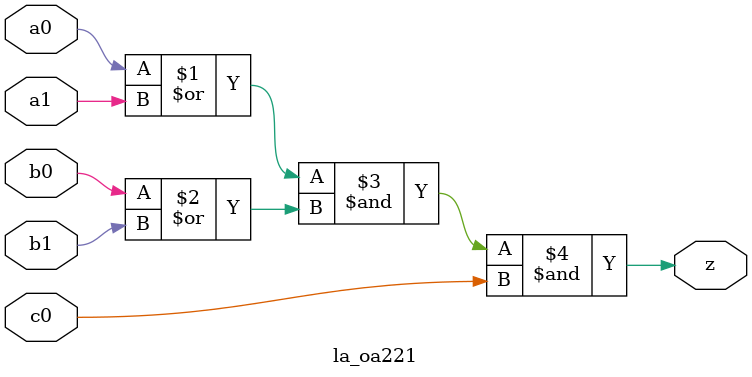
<source format=v>

module la_oa221 #(parameter PROP = "DEFAULT")   (
    input  a0,
    input  a1,
    input  b0,
    input  b1,
    input  c0,
    output z
    );

   assign z = (a0 | a1) & (b0 | b1) & (c0);

endmodule

</source>
